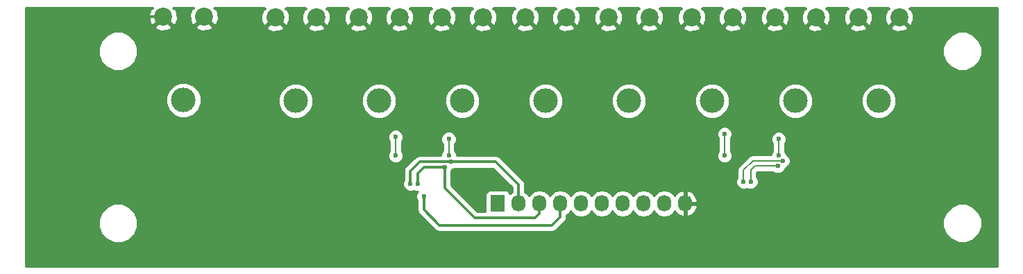
<source format=gbr>
G04 #@! TF.FileFunction,Copper,L2,Bot,Signal*
%FSLAX46Y46*%
G04 Gerber Fmt 4.6, Leading zero omitted, Abs format (unit mm)*
G04 Created by KiCad (PCBNEW 4.0.2-stable) date 15/05/2017 14:24:20*
%MOMM*%
G01*
G04 APERTURE LIST*
%ADD10C,0.100000*%
%ADD11R,1.727200X2.032000*%
%ADD12O,1.727200X2.032000*%
%ADD13C,2.200000*%
%ADD14C,3.000000*%
%ADD15C,1.000000*%
%ADD16C,0.600000*%
%ADD17C,0.300000*%
%ADD18C,0.200000*%
%ADD19C,0.254000*%
G04 APERTURE END LIST*
D10*
D11*
X147320000Y-70612000D03*
D12*
X149860000Y-70612000D03*
X152400000Y-70612000D03*
X154940000Y-70612000D03*
X157480000Y-70612000D03*
X160020000Y-70612000D03*
X162560000Y-70612000D03*
X165100000Y-70612000D03*
X167640000Y-70612000D03*
X170180000Y-70612000D03*
D13*
X106500000Y-47800000D03*
D14*
X109000000Y-58000000D03*
D13*
X111500000Y-47800000D03*
X120182000Y-47886000D03*
D14*
X122682000Y-58086000D03*
D13*
X125182000Y-47886000D03*
X130342000Y-47886000D03*
D14*
X132842000Y-58086000D03*
D13*
X135342000Y-47886000D03*
X140502000Y-47886000D03*
D14*
X143002000Y-58086000D03*
D13*
X145502000Y-47886000D03*
X150662000Y-47886000D03*
D14*
X153162000Y-58086000D03*
D13*
X155662000Y-47886000D03*
X160822000Y-47886000D03*
D14*
X163322000Y-58086000D03*
D13*
X165822000Y-47886000D03*
X170982000Y-47886000D03*
D14*
X173482000Y-58086000D03*
D13*
X175982000Y-47886000D03*
X181142000Y-47886000D03*
D14*
X183642000Y-58086000D03*
D13*
X186142000Y-47886000D03*
X191302000Y-47886000D03*
D14*
X193802000Y-58086000D03*
D13*
X196302000Y-47886000D03*
D15*
X205740000Y-48260000D03*
X205740000Y-60960000D03*
X205740000Y-68580000D03*
X200660000Y-76200000D03*
X185420000Y-76200000D03*
X170180000Y-76200000D03*
X154940000Y-76200000D03*
X137160000Y-76200000D03*
X121920000Y-76200000D03*
X106680000Y-76200000D03*
X91440000Y-76200000D03*
X91440000Y-60960000D03*
X91440000Y-48260000D03*
D16*
X119126000Y-63500000D03*
X144653000Y-68072000D03*
X137922000Y-59182000D03*
X137795000Y-49530000D03*
X188849000Y-51181000D03*
X181610000Y-64770000D03*
X181610000Y-62738000D03*
X175006000Y-64770000D03*
X175006000Y-62103000D03*
X141351000Y-64770000D03*
X141351000Y-62738000D03*
X134874000Y-64770000D03*
X134874000Y-62484000D03*
X182118000Y-65405000D03*
X177292000Y-67945000D03*
X178181000Y-67945000D03*
X181483000Y-66040000D03*
X136652000Y-68199000D03*
X141605000Y-65532000D03*
X137541000Y-68199000D03*
X140843000Y-66167000D03*
X138303000Y-69723000D03*
D17*
X106500000Y-47800000D02*
X91900000Y-47800000D01*
X208280000Y-50800000D02*
X205740000Y-48260000D01*
X208280000Y-58420000D02*
X208280000Y-50800000D01*
X205740000Y-60960000D02*
X208280000Y-58420000D01*
X208280000Y-71120000D02*
X205740000Y-68580000D01*
X208280000Y-73660000D02*
X208280000Y-71120000D01*
X205740000Y-76200000D02*
X208280000Y-73660000D01*
X200660000Y-76200000D02*
X205740000Y-76200000D01*
X170180000Y-76200000D02*
X185420000Y-76200000D01*
X137160000Y-76200000D02*
X154940000Y-76200000D01*
X106680000Y-76200000D02*
X121920000Y-76200000D01*
X91440000Y-60960000D02*
X91440000Y-76200000D01*
X91900000Y-47800000D02*
X91440000Y-48260000D01*
X186142000Y-47886000D02*
X186142000Y-48474000D01*
X186142000Y-48474000D02*
X188849000Y-51181000D01*
D18*
X181610000Y-62738000D02*
X181610000Y-64770000D01*
X175006000Y-62103000D02*
X175006000Y-64770000D01*
X141351000Y-62738000D02*
X141351000Y-64770000D01*
X134874000Y-62484000D02*
X134874000Y-64770000D01*
X182118000Y-65405000D02*
X178435000Y-65405000D01*
X178435000Y-65405000D02*
X177292000Y-66548000D01*
X177292000Y-66548000D02*
X177292000Y-67945000D01*
X178181000Y-66548000D02*
X178181000Y-67945000D01*
X178689000Y-66040000D02*
X178181000Y-66548000D01*
X181483000Y-66040000D02*
X178689000Y-66040000D01*
D17*
X136652000Y-66675000D02*
X136652000Y-68199000D01*
X137795000Y-65532000D02*
X136652000Y-66675000D01*
X141605000Y-65532000D02*
X137795000Y-65532000D01*
X147066000Y-65532000D02*
X141605000Y-65532000D01*
X149860000Y-68326000D02*
X147066000Y-65532000D01*
X149860000Y-70612000D02*
X149860000Y-68326000D01*
X137541000Y-66929000D02*
X137541000Y-68199000D01*
X138303000Y-66167000D02*
X137541000Y-66929000D01*
X140843000Y-68707000D02*
X140843000Y-66167000D01*
X140843000Y-66167000D02*
X138303000Y-66167000D01*
X144526000Y-72390000D02*
X140843000Y-68707000D01*
X151892000Y-72390000D02*
X144526000Y-72390000D01*
X152400000Y-71882000D02*
X151892000Y-72390000D01*
X152400000Y-70612000D02*
X152400000Y-71882000D01*
X154940000Y-70612000D02*
X154940000Y-72263000D01*
X138303000Y-71374000D02*
X138303000Y-69723000D01*
X140208000Y-73279000D02*
X138303000Y-71374000D01*
X153924000Y-73279000D02*
X140208000Y-73279000D01*
X154940000Y-72263000D02*
X153924000Y-73279000D01*
D19*
G36*
X105275130Y-46754738D02*
X104997901Y-46865641D01*
X104754677Y-47511593D01*
X104777164Y-48201453D01*
X104997901Y-48734359D01*
X105275132Y-48845263D01*
X106320395Y-47800000D01*
X106306253Y-47785858D01*
X106485858Y-47606253D01*
X106500000Y-47620395D01*
X106514143Y-47606253D01*
X106693748Y-47785858D01*
X106679605Y-47800000D01*
X107724868Y-48845263D01*
X108002099Y-48734359D01*
X108245323Y-48088407D01*
X108222836Y-47398547D01*
X108002099Y-46865641D01*
X107724870Y-46754738D01*
X107769608Y-46710000D01*
X110230392Y-46710000D01*
X110275130Y-46754738D01*
X109997901Y-46865641D01*
X109754677Y-47511593D01*
X109777164Y-48201453D01*
X109997901Y-48734359D01*
X110275132Y-48845263D01*
X111320395Y-47800000D01*
X111306253Y-47785858D01*
X111485858Y-47606253D01*
X111500000Y-47620395D01*
X111514143Y-47606253D01*
X111693748Y-47785858D01*
X111679605Y-47800000D01*
X112724868Y-48845263D01*
X113002099Y-48734359D01*
X113245323Y-48088407D01*
X113222836Y-47398547D01*
X113002099Y-46865641D01*
X112724870Y-46754738D01*
X112769608Y-46710000D01*
X118859788Y-46710000D01*
X118843090Y-46726698D01*
X118957130Y-46840738D01*
X118679901Y-46951641D01*
X118436677Y-47597593D01*
X118459164Y-48287453D01*
X118679901Y-48820359D01*
X118957132Y-48931263D01*
X120002395Y-47886000D01*
X119988253Y-47871858D01*
X120167858Y-47692253D01*
X120182000Y-47706395D01*
X120196143Y-47692253D01*
X120375748Y-47871858D01*
X120361605Y-47886000D01*
X121406868Y-48931263D01*
X121684099Y-48820359D01*
X121927323Y-48174407D01*
X121904836Y-47484547D01*
X121684099Y-46951641D01*
X121406870Y-46840738D01*
X121520910Y-46726698D01*
X121504212Y-46710000D01*
X123859788Y-46710000D01*
X123843090Y-46726698D01*
X123957130Y-46840738D01*
X123679901Y-46951641D01*
X123436677Y-47597593D01*
X123459164Y-48287453D01*
X123679901Y-48820359D01*
X123957132Y-48931263D01*
X125002395Y-47886000D01*
X124988253Y-47871858D01*
X125167858Y-47692253D01*
X125182000Y-47706395D01*
X125196143Y-47692253D01*
X125375748Y-47871858D01*
X125361605Y-47886000D01*
X126406868Y-48931263D01*
X126684099Y-48820359D01*
X126927323Y-48174407D01*
X126904836Y-47484547D01*
X126684099Y-46951641D01*
X126406870Y-46840738D01*
X126520910Y-46726698D01*
X126504212Y-46710000D01*
X129019788Y-46710000D01*
X129003090Y-46726698D01*
X129117130Y-46840738D01*
X128839901Y-46951641D01*
X128596677Y-47597593D01*
X128619164Y-48287453D01*
X128839901Y-48820359D01*
X129117132Y-48931263D01*
X130162395Y-47886000D01*
X130148253Y-47871858D01*
X130327858Y-47692253D01*
X130342000Y-47706395D01*
X130356143Y-47692253D01*
X130535748Y-47871858D01*
X130521605Y-47886000D01*
X131566868Y-48931263D01*
X131844099Y-48820359D01*
X132087323Y-48174407D01*
X132064836Y-47484547D01*
X131844099Y-46951641D01*
X131566870Y-46840738D01*
X131680910Y-46726698D01*
X131664212Y-46710000D01*
X134019788Y-46710000D01*
X134003090Y-46726698D01*
X134117130Y-46840738D01*
X133839901Y-46951641D01*
X133596677Y-47597593D01*
X133619164Y-48287453D01*
X133839901Y-48820359D01*
X134117132Y-48931263D01*
X135162395Y-47886000D01*
X135148253Y-47871858D01*
X135327858Y-47692253D01*
X135342000Y-47706395D01*
X135356143Y-47692253D01*
X135535748Y-47871858D01*
X135521605Y-47886000D01*
X136566868Y-48931263D01*
X136844099Y-48820359D01*
X137087323Y-48174407D01*
X137064836Y-47484547D01*
X136844099Y-46951641D01*
X136566870Y-46840738D01*
X136680910Y-46726698D01*
X136664212Y-46710000D01*
X139179788Y-46710000D01*
X139163090Y-46726698D01*
X139277130Y-46840738D01*
X138999901Y-46951641D01*
X138756677Y-47597593D01*
X138779164Y-48287453D01*
X138999901Y-48820359D01*
X139277132Y-48931263D01*
X140322395Y-47886000D01*
X140308253Y-47871858D01*
X140487858Y-47692253D01*
X140502000Y-47706395D01*
X140516143Y-47692253D01*
X140695748Y-47871858D01*
X140681605Y-47886000D01*
X141726868Y-48931263D01*
X142004099Y-48820359D01*
X142247323Y-48174407D01*
X142224836Y-47484547D01*
X142004099Y-46951641D01*
X141726870Y-46840738D01*
X141840910Y-46726698D01*
X141824212Y-46710000D01*
X144179788Y-46710000D01*
X144163090Y-46726698D01*
X144277130Y-46840738D01*
X143999901Y-46951641D01*
X143756677Y-47597593D01*
X143779164Y-48287453D01*
X143999901Y-48820359D01*
X144277132Y-48931263D01*
X145322395Y-47886000D01*
X145308253Y-47871858D01*
X145487858Y-47692253D01*
X145502000Y-47706395D01*
X145516143Y-47692253D01*
X145695748Y-47871858D01*
X145681605Y-47886000D01*
X146726868Y-48931263D01*
X147004099Y-48820359D01*
X147247323Y-48174407D01*
X147224836Y-47484547D01*
X147004099Y-46951641D01*
X146726870Y-46840738D01*
X146840910Y-46726698D01*
X146824212Y-46710000D01*
X149339788Y-46710000D01*
X149323090Y-46726698D01*
X149437130Y-46840738D01*
X149159901Y-46951641D01*
X148916677Y-47597593D01*
X148939164Y-48287453D01*
X149159901Y-48820359D01*
X149437132Y-48931263D01*
X150482395Y-47886000D01*
X150468253Y-47871858D01*
X150647858Y-47692253D01*
X150662000Y-47706395D01*
X150676143Y-47692253D01*
X150855748Y-47871858D01*
X150841605Y-47886000D01*
X151886868Y-48931263D01*
X152164099Y-48820359D01*
X152407323Y-48174407D01*
X152384836Y-47484547D01*
X152164099Y-46951641D01*
X151886870Y-46840738D01*
X152000910Y-46726698D01*
X151984212Y-46710000D01*
X154339788Y-46710000D01*
X154323090Y-46726698D01*
X154437130Y-46840738D01*
X154159901Y-46951641D01*
X153916677Y-47597593D01*
X153939164Y-48287453D01*
X154159901Y-48820359D01*
X154437132Y-48931263D01*
X155482395Y-47886000D01*
X155468253Y-47871858D01*
X155647858Y-47692253D01*
X155662000Y-47706395D01*
X155676143Y-47692253D01*
X155855748Y-47871858D01*
X155841605Y-47886000D01*
X156886868Y-48931263D01*
X157164099Y-48820359D01*
X157407323Y-48174407D01*
X157384836Y-47484547D01*
X157164099Y-46951641D01*
X156886870Y-46840738D01*
X157000910Y-46726698D01*
X156984212Y-46710000D01*
X159499788Y-46710000D01*
X159483090Y-46726698D01*
X159597130Y-46840738D01*
X159319901Y-46951641D01*
X159076677Y-47597593D01*
X159099164Y-48287453D01*
X159319901Y-48820359D01*
X159597132Y-48931263D01*
X160642395Y-47886000D01*
X160628253Y-47871858D01*
X160807858Y-47692253D01*
X160822000Y-47706395D01*
X160836143Y-47692253D01*
X161015748Y-47871858D01*
X161001605Y-47886000D01*
X162046868Y-48931263D01*
X162324099Y-48820359D01*
X162567323Y-48174407D01*
X162544836Y-47484547D01*
X162324099Y-46951641D01*
X162046870Y-46840738D01*
X162160910Y-46726698D01*
X162144212Y-46710000D01*
X164499788Y-46710000D01*
X164483090Y-46726698D01*
X164597130Y-46840738D01*
X164319901Y-46951641D01*
X164076677Y-47597593D01*
X164099164Y-48287453D01*
X164319901Y-48820359D01*
X164597132Y-48931263D01*
X165642395Y-47886000D01*
X165628253Y-47871858D01*
X165807858Y-47692253D01*
X165822000Y-47706395D01*
X165836143Y-47692253D01*
X166015748Y-47871858D01*
X166001605Y-47886000D01*
X167046868Y-48931263D01*
X167324099Y-48820359D01*
X167567323Y-48174407D01*
X167544836Y-47484547D01*
X167324099Y-46951641D01*
X167046870Y-46840738D01*
X167160910Y-46726698D01*
X167144212Y-46710000D01*
X169659788Y-46710000D01*
X169643090Y-46726698D01*
X169757130Y-46840738D01*
X169479901Y-46951641D01*
X169236677Y-47597593D01*
X169259164Y-48287453D01*
X169479901Y-48820359D01*
X169757132Y-48931263D01*
X170802395Y-47886000D01*
X170788253Y-47871858D01*
X170967858Y-47692253D01*
X170982000Y-47706395D01*
X170996143Y-47692253D01*
X171175748Y-47871858D01*
X171161605Y-47886000D01*
X172206868Y-48931263D01*
X172484099Y-48820359D01*
X172727323Y-48174407D01*
X172704836Y-47484547D01*
X172484099Y-46951641D01*
X172206870Y-46840738D01*
X172320910Y-46726698D01*
X172304212Y-46710000D01*
X174659788Y-46710000D01*
X174643090Y-46726698D01*
X174757130Y-46840738D01*
X174479901Y-46951641D01*
X174236677Y-47597593D01*
X174259164Y-48287453D01*
X174479901Y-48820359D01*
X174757132Y-48931263D01*
X175802395Y-47886000D01*
X175788253Y-47871858D01*
X175967858Y-47692253D01*
X175982000Y-47706395D01*
X175996143Y-47692253D01*
X176175748Y-47871858D01*
X176161605Y-47886000D01*
X177206868Y-48931263D01*
X177484099Y-48820359D01*
X177727323Y-48174407D01*
X177704836Y-47484547D01*
X177484099Y-46951641D01*
X177206870Y-46840738D01*
X177320910Y-46726698D01*
X177304212Y-46710000D01*
X179819788Y-46710000D01*
X179803090Y-46726698D01*
X179917130Y-46840738D01*
X179639901Y-46951641D01*
X179396677Y-47597593D01*
X179419164Y-48287453D01*
X179639901Y-48820359D01*
X179917132Y-48931263D01*
X180962395Y-47886000D01*
X180948253Y-47871858D01*
X181127858Y-47692253D01*
X181142000Y-47706395D01*
X181156143Y-47692253D01*
X181335748Y-47871858D01*
X181321605Y-47886000D01*
X182366868Y-48931263D01*
X182644099Y-48820359D01*
X182887323Y-48174407D01*
X182864836Y-47484547D01*
X182644099Y-46951641D01*
X182366870Y-46840738D01*
X182480910Y-46726698D01*
X182464212Y-46710000D01*
X184819788Y-46710000D01*
X184803090Y-46726698D01*
X184917130Y-46840738D01*
X184639901Y-46951641D01*
X184396677Y-47597593D01*
X184419164Y-48287453D01*
X184639901Y-48820359D01*
X184917132Y-48931263D01*
X185962395Y-47886000D01*
X185948253Y-47871858D01*
X186127858Y-47692253D01*
X186142000Y-47706395D01*
X186156143Y-47692253D01*
X186335748Y-47871858D01*
X186321605Y-47886000D01*
X187366868Y-48931263D01*
X187644099Y-48820359D01*
X187887323Y-48174407D01*
X187864836Y-47484547D01*
X187644099Y-46951641D01*
X187366870Y-46840738D01*
X187480910Y-46726698D01*
X187464212Y-46710000D01*
X189979788Y-46710000D01*
X189963090Y-46726698D01*
X190077130Y-46840738D01*
X189799901Y-46951641D01*
X189556677Y-47597593D01*
X189579164Y-48287453D01*
X189799901Y-48820359D01*
X190077132Y-48931263D01*
X191122395Y-47886000D01*
X191108253Y-47871858D01*
X191287858Y-47692253D01*
X191302000Y-47706395D01*
X191316143Y-47692253D01*
X191495748Y-47871858D01*
X191481605Y-47886000D01*
X192526868Y-48931263D01*
X192804099Y-48820359D01*
X193047323Y-48174407D01*
X193024836Y-47484547D01*
X192804099Y-46951641D01*
X192526870Y-46840738D01*
X192640910Y-46726698D01*
X192624212Y-46710000D01*
X194979788Y-46710000D01*
X194963090Y-46726698D01*
X195077130Y-46840738D01*
X194799901Y-46951641D01*
X194556677Y-47597593D01*
X194579164Y-48287453D01*
X194799901Y-48820359D01*
X195077132Y-48931263D01*
X196122395Y-47886000D01*
X196108253Y-47871858D01*
X196287858Y-47692253D01*
X196302000Y-47706395D01*
X196316143Y-47692253D01*
X196495748Y-47871858D01*
X196481605Y-47886000D01*
X197526868Y-48931263D01*
X197804099Y-48820359D01*
X198047323Y-48174407D01*
X198024836Y-47484547D01*
X197804099Y-46951641D01*
X197526870Y-46840738D01*
X197640910Y-46726698D01*
X197624212Y-46710000D01*
X208290000Y-46710000D01*
X208290000Y-78290000D01*
X89710000Y-78290000D01*
X89710000Y-73472325D01*
X98614587Y-73472325D01*
X98976916Y-74349229D01*
X99647242Y-75020726D01*
X100523513Y-75384585D01*
X101472325Y-75385413D01*
X102349229Y-75023084D01*
X103020726Y-74352758D01*
X103384585Y-73476487D01*
X103385413Y-72527675D01*
X103023084Y-71650771D01*
X102352758Y-70979274D01*
X101476487Y-70615415D01*
X100527675Y-70614587D01*
X99650771Y-70976916D01*
X98979274Y-71647242D01*
X98615415Y-72523513D01*
X98614587Y-73472325D01*
X89710000Y-73472325D01*
X89710000Y-68384167D01*
X135716838Y-68384167D01*
X135858883Y-68727943D01*
X136121673Y-68991192D01*
X136465201Y-69133838D01*
X136837167Y-69134162D01*
X137096714Y-69026920D01*
X137354201Y-69133838D01*
X137569558Y-69134026D01*
X137510808Y-69192673D01*
X137368162Y-69536201D01*
X137367838Y-69908167D01*
X137509883Y-70251943D01*
X137518000Y-70260074D01*
X137518000Y-71374000D01*
X137577755Y-71674407D01*
X137747921Y-71929079D01*
X139652921Y-73834079D01*
X139907594Y-74004245D01*
X140208000Y-74064000D01*
X153924000Y-74064000D01*
X154224407Y-74004245D01*
X154479079Y-73834079D01*
X154840833Y-73472325D01*
X201614587Y-73472325D01*
X201976916Y-74349229D01*
X202647242Y-75020726D01*
X203523513Y-75384585D01*
X204472325Y-75385413D01*
X205349229Y-75023084D01*
X206020726Y-74352758D01*
X206384585Y-73476487D01*
X206385413Y-72527675D01*
X206023084Y-71650771D01*
X205352758Y-70979274D01*
X204476487Y-70615415D01*
X203527675Y-70614587D01*
X202650771Y-70976916D01*
X201979274Y-71647242D01*
X201615415Y-72523513D01*
X201614587Y-73472325D01*
X154840833Y-73472325D01*
X155495079Y-72818079D01*
X155665245Y-72563407D01*
X155725000Y-72263000D01*
X155725000Y-72039944D01*
X155999670Y-71856415D01*
X156210000Y-71541634D01*
X156420330Y-71856415D01*
X156906511Y-72181271D01*
X157480000Y-72295345D01*
X158053489Y-72181271D01*
X158539670Y-71856415D01*
X158750000Y-71541634D01*
X158960330Y-71856415D01*
X159446511Y-72181271D01*
X160020000Y-72295345D01*
X160593489Y-72181271D01*
X161079670Y-71856415D01*
X161290000Y-71541634D01*
X161500330Y-71856415D01*
X161986511Y-72181271D01*
X162560000Y-72295345D01*
X163133489Y-72181271D01*
X163619670Y-71856415D01*
X163830000Y-71541634D01*
X164040330Y-71856415D01*
X164526511Y-72181271D01*
X165100000Y-72295345D01*
X165673489Y-72181271D01*
X166159670Y-71856415D01*
X166370000Y-71541634D01*
X166580330Y-71856415D01*
X167066511Y-72181271D01*
X167640000Y-72295345D01*
X168213489Y-72181271D01*
X168699670Y-71856415D01*
X168906461Y-71546931D01*
X169277964Y-71962732D01*
X169805209Y-72216709D01*
X169820974Y-72219358D01*
X170053000Y-72098217D01*
X170053000Y-70739000D01*
X170307000Y-70739000D01*
X170307000Y-72098217D01*
X170539026Y-72219358D01*
X170554791Y-72216709D01*
X171082036Y-71962732D01*
X171471954Y-71526320D01*
X171665184Y-70973913D01*
X171520924Y-70739000D01*
X170307000Y-70739000D01*
X170053000Y-70739000D01*
X170033000Y-70739000D01*
X170033000Y-70485000D01*
X170053000Y-70485000D01*
X170053000Y-69125783D01*
X170307000Y-69125783D01*
X170307000Y-70485000D01*
X171520924Y-70485000D01*
X171665184Y-70250087D01*
X171471954Y-69697680D01*
X171082036Y-69261268D01*
X170554791Y-69007291D01*
X170539026Y-69004642D01*
X170307000Y-69125783D01*
X170053000Y-69125783D01*
X169820974Y-69004642D01*
X169805209Y-69007291D01*
X169277964Y-69261268D01*
X168906461Y-69677069D01*
X168699670Y-69367585D01*
X168213489Y-69042729D01*
X167640000Y-68928655D01*
X167066511Y-69042729D01*
X166580330Y-69367585D01*
X166370000Y-69682366D01*
X166159670Y-69367585D01*
X165673489Y-69042729D01*
X165100000Y-68928655D01*
X164526511Y-69042729D01*
X164040330Y-69367585D01*
X163830000Y-69682366D01*
X163619670Y-69367585D01*
X163133489Y-69042729D01*
X162560000Y-68928655D01*
X161986511Y-69042729D01*
X161500330Y-69367585D01*
X161290000Y-69682366D01*
X161079670Y-69367585D01*
X160593489Y-69042729D01*
X160020000Y-68928655D01*
X159446511Y-69042729D01*
X158960330Y-69367585D01*
X158750000Y-69682366D01*
X158539670Y-69367585D01*
X158053489Y-69042729D01*
X157480000Y-68928655D01*
X156906511Y-69042729D01*
X156420330Y-69367585D01*
X156210000Y-69682366D01*
X155999670Y-69367585D01*
X155513489Y-69042729D01*
X154940000Y-68928655D01*
X154366511Y-69042729D01*
X153880330Y-69367585D01*
X153670000Y-69682366D01*
X153459670Y-69367585D01*
X152973489Y-69042729D01*
X152400000Y-68928655D01*
X151826511Y-69042729D01*
X151340330Y-69367585D01*
X151130000Y-69682366D01*
X150919670Y-69367585D01*
X150645000Y-69184056D01*
X150645000Y-68326000D01*
X150606047Y-68130167D01*
X176356838Y-68130167D01*
X176498883Y-68473943D01*
X176761673Y-68737192D01*
X177105201Y-68879838D01*
X177477167Y-68880162D01*
X177736714Y-68772920D01*
X177994201Y-68879838D01*
X178366167Y-68880162D01*
X178709943Y-68738117D01*
X178973192Y-68475327D01*
X179115838Y-68131799D01*
X179116162Y-67759833D01*
X178974117Y-67416057D01*
X178916000Y-67357838D01*
X178916000Y-66852446D01*
X178993447Y-66775000D01*
X180895581Y-66775000D01*
X180952673Y-66832192D01*
X181296201Y-66974838D01*
X181668167Y-66975162D01*
X182011943Y-66833117D01*
X182275192Y-66570327D01*
X182384765Y-66306446D01*
X182646943Y-66198117D01*
X182910192Y-65935327D01*
X183052838Y-65591799D01*
X183053162Y-65219833D01*
X182911117Y-64876057D01*
X182648327Y-64612808D01*
X182537749Y-64566892D01*
X182403117Y-64241057D01*
X182345000Y-64182838D01*
X182345000Y-63325419D01*
X182402192Y-63268327D01*
X182544838Y-62924799D01*
X182545162Y-62552833D01*
X182403117Y-62209057D01*
X182140327Y-61945808D01*
X181796799Y-61803162D01*
X181424833Y-61802838D01*
X181081057Y-61944883D01*
X180817808Y-62207673D01*
X180675162Y-62551201D01*
X180674838Y-62923167D01*
X180816883Y-63266943D01*
X180875000Y-63325162D01*
X180875000Y-64182581D01*
X180817808Y-64239673D01*
X180675162Y-64583201D01*
X180675086Y-64670000D01*
X178435000Y-64670000D01*
X178153728Y-64725949D01*
X177915276Y-64885277D01*
X176772277Y-66028277D01*
X176612949Y-66266728D01*
X176557000Y-66548000D01*
X176557000Y-67357581D01*
X176499808Y-67414673D01*
X176357162Y-67758201D01*
X176356838Y-68130167D01*
X150606047Y-68130167D01*
X150585245Y-68025594D01*
X150415079Y-67770921D01*
X147621079Y-64976921D01*
X147366407Y-64806755D01*
X147066000Y-64747000D01*
X142286021Y-64747000D01*
X142286162Y-64584833D01*
X142144117Y-64241057D01*
X142086000Y-64182838D01*
X142086000Y-63325419D01*
X142143192Y-63268327D01*
X142285838Y-62924799D01*
X142286162Y-62552833D01*
X142176805Y-62288167D01*
X174070838Y-62288167D01*
X174212883Y-62631943D01*
X174271000Y-62690162D01*
X174271000Y-64182581D01*
X174213808Y-64239673D01*
X174071162Y-64583201D01*
X174070838Y-64955167D01*
X174212883Y-65298943D01*
X174475673Y-65562192D01*
X174819201Y-65704838D01*
X175191167Y-65705162D01*
X175534943Y-65563117D01*
X175798192Y-65300327D01*
X175940838Y-64956799D01*
X175941162Y-64584833D01*
X175799117Y-64241057D01*
X175741000Y-64182838D01*
X175741000Y-62690419D01*
X175798192Y-62633327D01*
X175940838Y-62289799D01*
X175941162Y-61917833D01*
X175799117Y-61574057D01*
X175536327Y-61310808D01*
X175192799Y-61168162D01*
X174820833Y-61167838D01*
X174477057Y-61309883D01*
X174213808Y-61572673D01*
X174071162Y-61916201D01*
X174070838Y-62288167D01*
X142176805Y-62288167D01*
X142144117Y-62209057D01*
X141881327Y-61945808D01*
X141537799Y-61803162D01*
X141165833Y-61802838D01*
X140822057Y-61944883D01*
X140558808Y-62207673D01*
X140416162Y-62551201D01*
X140415838Y-62923167D01*
X140557883Y-63266943D01*
X140616000Y-63325162D01*
X140616000Y-64182581D01*
X140558808Y-64239673D01*
X140416162Y-64583201D01*
X140416019Y-64747000D01*
X137795000Y-64747000D01*
X137494593Y-64806755D01*
X137239921Y-64976921D01*
X136096921Y-66119921D01*
X135926755Y-66374593D01*
X135926755Y-66374594D01*
X135867000Y-66675000D01*
X135867000Y-67661494D01*
X135859808Y-67668673D01*
X135717162Y-68012201D01*
X135716838Y-68384167D01*
X89710000Y-68384167D01*
X89710000Y-62669167D01*
X133938838Y-62669167D01*
X134080883Y-63012943D01*
X134139000Y-63071162D01*
X134139000Y-64182581D01*
X134081808Y-64239673D01*
X133939162Y-64583201D01*
X133938838Y-64955167D01*
X134080883Y-65298943D01*
X134343673Y-65562192D01*
X134687201Y-65704838D01*
X135059167Y-65705162D01*
X135402943Y-65563117D01*
X135666192Y-65300327D01*
X135808838Y-64956799D01*
X135809162Y-64584833D01*
X135667117Y-64241057D01*
X135609000Y-64182838D01*
X135609000Y-63071419D01*
X135666192Y-63014327D01*
X135808838Y-62670799D01*
X135809162Y-62298833D01*
X135667117Y-61955057D01*
X135404327Y-61691808D01*
X135060799Y-61549162D01*
X134688833Y-61548838D01*
X134345057Y-61690883D01*
X134081808Y-61953673D01*
X133939162Y-62297201D01*
X133938838Y-62669167D01*
X89710000Y-62669167D01*
X89710000Y-58422815D01*
X106864630Y-58422815D01*
X107188980Y-59207800D01*
X107789041Y-59808909D01*
X108573459Y-60134628D01*
X109422815Y-60135370D01*
X110207800Y-59811020D01*
X110808909Y-59210959D01*
X111100464Y-58508815D01*
X120546630Y-58508815D01*
X120870980Y-59293800D01*
X121471041Y-59894909D01*
X122255459Y-60220628D01*
X123104815Y-60221370D01*
X123889800Y-59897020D01*
X124490909Y-59296959D01*
X124816628Y-58512541D01*
X124816631Y-58508815D01*
X130706630Y-58508815D01*
X131030980Y-59293800D01*
X131631041Y-59894909D01*
X132415459Y-60220628D01*
X133264815Y-60221370D01*
X134049800Y-59897020D01*
X134650909Y-59296959D01*
X134976628Y-58512541D01*
X134976631Y-58508815D01*
X140866630Y-58508815D01*
X141190980Y-59293800D01*
X141791041Y-59894909D01*
X142575459Y-60220628D01*
X143424815Y-60221370D01*
X144209800Y-59897020D01*
X144810909Y-59296959D01*
X145136628Y-58512541D01*
X145136631Y-58508815D01*
X151026630Y-58508815D01*
X151350980Y-59293800D01*
X151951041Y-59894909D01*
X152735459Y-60220628D01*
X153584815Y-60221370D01*
X154369800Y-59897020D01*
X154970909Y-59296959D01*
X155296628Y-58512541D01*
X155296631Y-58508815D01*
X161186630Y-58508815D01*
X161510980Y-59293800D01*
X162111041Y-59894909D01*
X162895459Y-60220628D01*
X163744815Y-60221370D01*
X164529800Y-59897020D01*
X165130909Y-59296959D01*
X165456628Y-58512541D01*
X165456631Y-58508815D01*
X171346630Y-58508815D01*
X171670980Y-59293800D01*
X172271041Y-59894909D01*
X173055459Y-60220628D01*
X173904815Y-60221370D01*
X174689800Y-59897020D01*
X175290909Y-59296959D01*
X175616628Y-58512541D01*
X175616631Y-58508815D01*
X181506630Y-58508815D01*
X181830980Y-59293800D01*
X182431041Y-59894909D01*
X183215459Y-60220628D01*
X184064815Y-60221370D01*
X184849800Y-59897020D01*
X185450909Y-59296959D01*
X185776628Y-58512541D01*
X185776631Y-58508815D01*
X191666630Y-58508815D01*
X191990980Y-59293800D01*
X192591041Y-59894909D01*
X193375459Y-60220628D01*
X194224815Y-60221370D01*
X195009800Y-59897020D01*
X195610909Y-59296959D01*
X195936628Y-58512541D01*
X195937370Y-57663185D01*
X195613020Y-56878200D01*
X195012959Y-56277091D01*
X194228541Y-55951372D01*
X193379185Y-55950630D01*
X192594200Y-56274980D01*
X191993091Y-56875041D01*
X191667372Y-57659459D01*
X191666630Y-58508815D01*
X185776631Y-58508815D01*
X185777370Y-57663185D01*
X185453020Y-56878200D01*
X184852959Y-56277091D01*
X184068541Y-55951372D01*
X183219185Y-55950630D01*
X182434200Y-56274980D01*
X181833091Y-56875041D01*
X181507372Y-57659459D01*
X181506630Y-58508815D01*
X175616631Y-58508815D01*
X175617370Y-57663185D01*
X175293020Y-56878200D01*
X174692959Y-56277091D01*
X173908541Y-55951372D01*
X173059185Y-55950630D01*
X172274200Y-56274980D01*
X171673091Y-56875041D01*
X171347372Y-57659459D01*
X171346630Y-58508815D01*
X165456631Y-58508815D01*
X165457370Y-57663185D01*
X165133020Y-56878200D01*
X164532959Y-56277091D01*
X163748541Y-55951372D01*
X162899185Y-55950630D01*
X162114200Y-56274980D01*
X161513091Y-56875041D01*
X161187372Y-57659459D01*
X161186630Y-58508815D01*
X155296631Y-58508815D01*
X155297370Y-57663185D01*
X154973020Y-56878200D01*
X154372959Y-56277091D01*
X153588541Y-55951372D01*
X152739185Y-55950630D01*
X151954200Y-56274980D01*
X151353091Y-56875041D01*
X151027372Y-57659459D01*
X151026630Y-58508815D01*
X145136631Y-58508815D01*
X145137370Y-57663185D01*
X144813020Y-56878200D01*
X144212959Y-56277091D01*
X143428541Y-55951372D01*
X142579185Y-55950630D01*
X141794200Y-56274980D01*
X141193091Y-56875041D01*
X140867372Y-57659459D01*
X140866630Y-58508815D01*
X134976631Y-58508815D01*
X134977370Y-57663185D01*
X134653020Y-56878200D01*
X134052959Y-56277091D01*
X133268541Y-55951372D01*
X132419185Y-55950630D01*
X131634200Y-56274980D01*
X131033091Y-56875041D01*
X130707372Y-57659459D01*
X130706630Y-58508815D01*
X124816631Y-58508815D01*
X124817370Y-57663185D01*
X124493020Y-56878200D01*
X123892959Y-56277091D01*
X123108541Y-55951372D01*
X122259185Y-55950630D01*
X121474200Y-56274980D01*
X120873091Y-56875041D01*
X120547372Y-57659459D01*
X120546630Y-58508815D01*
X111100464Y-58508815D01*
X111134628Y-58426541D01*
X111135370Y-57577185D01*
X110811020Y-56792200D01*
X110210959Y-56191091D01*
X109426541Y-55865372D01*
X108577185Y-55864630D01*
X107792200Y-56188980D01*
X107191091Y-56789041D01*
X106865372Y-57573459D01*
X106864630Y-58422815D01*
X89710000Y-58422815D01*
X89710000Y-52472325D01*
X98614587Y-52472325D01*
X98976916Y-53349229D01*
X99647242Y-54020726D01*
X100523513Y-54384585D01*
X101472325Y-54385413D01*
X102349229Y-54023084D01*
X103020726Y-53352758D01*
X103384585Y-52476487D01*
X103384588Y-52472325D01*
X201614587Y-52472325D01*
X201976916Y-53349229D01*
X202647242Y-54020726D01*
X203523513Y-54384585D01*
X204472325Y-54385413D01*
X205349229Y-54023084D01*
X206020726Y-53352758D01*
X206384585Y-52476487D01*
X206385413Y-51527675D01*
X206023084Y-50650771D01*
X205352758Y-49979274D01*
X204476487Y-49615415D01*
X203527675Y-49614587D01*
X202650771Y-49976916D01*
X201979274Y-50647242D01*
X201615415Y-51523513D01*
X201614587Y-52472325D01*
X103384588Y-52472325D01*
X103385413Y-51527675D01*
X103023084Y-50650771D01*
X102352758Y-49979274D01*
X101476487Y-49615415D01*
X100527675Y-49614587D01*
X99650771Y-49976916D01*
X98979274Y-50647242D01*
X98615415Y-51523513D01*
X98614587Y-52472325D01*
X89710000Y-52472325D01*
X89710000Y-49024868D01*
X105454737Y-49024868D01*
X105565641Y-49302099D01*
X106211593Y-49545323D01*
X106901453Y-49522836D01*
X107434359Y-49302099D01*
X107545263Y-49024868D01*
X110454737Y-49024868D01*
X110565641Y-49302099D01*
X111211593Y-49545323D01*
X111901453Y-49522836D01*
X112434359Y-49302099D01*
X112510859Y-49110868D01*
X119136737Y-49110868D01*
X119247641Y-49388099D01*
X119893593Y-49631323D01*
X120583453Y-49608836D01*
X121116359Y-49388099D01*
X121227263Y-49110868D01*
X124136737Y-49110868D01*
X124247641Y-49388099D01*
X124893593Y-49631323D01*
X125583453Y-49608836D01*
X126116359Y-49388099D01*
X126227263Y-49110868D01*
X129296737Y-49110868D01*
X129407641Y-49388099D01*
X130053593Y-49631323D01*
X130743453Y-49608836D01*
X131276359Y-49388099D01*
X131387263Y-49110868D01*
X134296737Y-49110868D01*
X134407641Y-49388099D01*
X135053593Y-49631323D01*
X135743453Y-49608836D01*
X136276359Y-49388099D01*
X136387263Y-49110868D01*
X139456737Y-49110868D01*
X139567641Y-49388099D01*
X140213593Y-49631323D01*
X140903453Y-49608836D01*
X141436359Y-49388099D01*
X141547263Y-49110868D01*
X144456737Y-49110868D01*
X144567641Y-49388099D01*
X145213593Y-49631323D01*
X145903453Y-49608836D01*
X146436359Y-49388099D01*
X146547263Y-49110868D01*
X149616737Y-49110868D01*
X149727641Y-49388099D01*
X150373593Y-49631323D01*
X151063453Y-49608836D01*
X151596359Y-49388099D01*
X151707263Y-49110868D01*
X154616737Y-49110868D01*
X154727641Y-49388099D01*
X155373593Y-49631323D01*
X156063453Y-49608836D01*
X156596359Y-49388099D01*
X156707263Y-49110868D01*
X159776737Y-49110868D01*
X159887641Y-49388099D01*
X160533593Y-49631323D01*
X161223453Y-49608836D01*
X161756359Y-49388099D01*
X161867263Y-49110868D01*
X164776737Y-49110868D01*
X164887641Y-49388099D01*
X165533593Y-49631323D01*
X166223453Y-49608836D01*
X166756359Y-49388099D01*
X166867263Y-49110868D01*
X169936737Y-49110868D01*
X170047641Y-49388099D01*
X170693593Y-49631323D01*
X171383453Y-49608836D01*
X171916359Y-49388099D01*
X172027263Y-49110868D01*
X174936737Y-49110868D01*
X175047641Y-49388099D01*
X175693593Y-49631323D01*
X176383453Y-49608836D01*
X176916359Y-49388099D01*
X177027263Y-49110868D01*
X180096737Y-49110868D01*
X180207641Y-49388099D01*
X180853593Y-49631323D01*
X181543453Y-49608836D01*
X182076359Y-49388099D01*
X182187263Y-49110868D01*
X185096737Y-49110868D01*
X185207641Y-49388099D01*
X185853593Y-49631323D01*
X186543453Y-49608836D01*
X187076359Y-49388099D01*
X187187263Y-49110868D01*
X190256737Y-49110868D01*
X190367641Y-49388099D01*
X191013593Y-49631323D01*
X191703453Y-49608836D01*
X192236359Y-49388099D01*
X192347263Y-49110868D01*
X195256737Y-49110868D01*
X195367641Y-49388099D01*
X196013593Y-49631323D01*
X196703453Y-49608836D01*
X197236359Y-49388099D01*
X197347263Y-49110868D01*
X196302000Y-48065605D01*
X195256737Y-49110868D01*
X192347263Y-49110868D01*
X191302000Y-48065605D01*
X190256737Y-49110868D01*
X187187263Y-49110868D01*
X186142000Y-48065605D01*
X185096737Y-49110868D01*
X182187263Y-49110868D01*
X181142000Y-48065605D01*
X180096737Y-49110868D01*
X177027263Y-49110868D01*
X175982000Y-48065605D01*
X174936737Y-49110868D01*
X172027263Y-49110868D01*
X170982000Y-48065605D01*
X169936737Y-49110868D01*
X166867263Y-49110868D01*
X165822000Y-48065605D01*
X164776737Y-49110868D01*
X161867263Y-49110868D01*
X160822000Y-48065605D01*
X159776737Y-49110868D01*
X156707263Y-49110868D01*
X155662000Y-48065605D01*
X154616737Y-49110868D01*
X151707263Y-49110868D01*
X150662000Y-48065605D01*
X149616737Y-49110868D01*
X146547263Y-49110868D01*
X145502000Y-48065605D01*
X144456737Y-49110868D01*
X141547263Y-49110868D01*
X140502000Y-48065605D01*
X139456737Y-49110868D01*
X136387263Y-49110868D01*
X135342000Y-48065605D01*
X134296737Y-49110868D01*
X131387263Y-49110868D01*
X130342000Y-48065605D01*
X129296737Y-49110868D01*
X126227263Y-49110868D01*
X125182000Y-48065605D01*
X124136737Y-49110868D01*
X121227263Y-49110868D01*
X120182000Y-48065605D01*
X119136737Y-49110868D01*
X112510859Y-49110868D01*
X112545263Y-49024868D01*
X111500000Y-47979605D01*
X110454737Y-49024868D01*
X107545263Y-49024868D01*
X106500000Y-47979605D01*
X105454737Y-49024868D01*
X89710000Y-49024868D01*
X89710000Y-46710000D01*
X105230392Y-46710000D01*
X105275130Y-46754738D01*
X105275130Y-46754738D01*
G37*
X105275130Y-46754738D02*
X104997901Y-46865641D01*
X104754677Y-47511593D01*
X104777164Y-48201453D01*
X104997901Y-48734359D01*
X105275132Y-48845263D01*
X106320395Y-47800000D01*
X106306253Y-47785858D01*
X106485858Y-47606253D01*
X106500000Y-47620395D01*
X106514143Y-47606253D01*
X106693748Y-47785858D01*
X106679605Y-47800000D01*
X107724868Y-48845263D01*
X108002099Y-48734359D01*
X108245323Y-48088407D01*
X108222836Y-47398547D01*
X108002099Y-46865641D01*
X107724870Y-46754738D01*
X107769608Y-46710000D01*
X110230392Y-46710000D01*
X110275130Y-46754738D01*
X109997901Y-46865641D01*
X109754677Y-47511593D01*
X109777164Y-48201453D01*
X109997901Y-48734359D01*
X110275132Y-48845263D01*
X111320395Y-47800000D01*
X111306253Y-47785858D01*
X111485858Y-47606253D01*
X111500000Y-47620395D01*
X111514143Y-47606253D01*
X111693748Y-47785858D01*
X111679605Y-47800000D01*
X112724868Y-48845263D01*
X113002099Y-48734359D01*
X113245323Y-48088407D01*
X113222836Y-47398547D01*
X113002099Y-46865641D01*
X112724870Y-46754738D01*
X112769608Y-46710000D01*
X118859788Y-46710000D01*
X118843090Y-46726698D01*
X118957130Y-46840738D01*
X118679901Y-46951641D01*
X118436677Y-47597593D01*
X118459164Y-48287453D01*
X118679901Y-48820359D01*
X118957132Y-48931263D01*
X120002395Y-47886000D01*
X119988253Y-47871858D01*
X120167858Y-47692253D01*
X120182000Y-47706395D01*
X120196143Y-47692253D01*
X120375748Y-47871858D01*
X120361605Y-47886000D01*
X121406868Y-48931263D01*
X121684099Y-48820359D01*
X121927323Y-48174407D01*
X121904836Y-47484547D01*
X121684099Y-46951641D01*
X121406870Y-46840738D01*
X121520910Y-46726698D01*
X121504212Y-46710000D01*
X123859788Y-46710000D01*
X123843090Y-46726698D01*
X123957130Y-46840738D01*
X123679901Y-46951641D01*
X123436677Y-47597593D01*
X123459164Y-48287453D01*
X123679901Y-48820359D01*
X123957132Y-48931263D01*
X125002395Y-47886000D01*
X124988253Y-47871858D01*
X125167858Y-47692253D01*
X125182000Y-47706395D01*
X125196143Y-47692253D01*
X125375748Y-47871858D01*
X125361605Y-47886000D01*
X126406868Y-48931263D01*
X126684099Y-48820359D01*
X126927323Y-48174407D01*
X126904836Y-47484547D01*
X126684099Y-46951641D01*
X126406870Y-46840738D01*
X126520910Y-46726698D01*
X126504212Y-46710000D01*
X129019788Y-46710000D01*
X129003090Y-46726698D01*
X129117130Y-46840738D01*
X128839901Y-46951641D01*
X128596677Y-47597593D01*
X128619164Y-48287453D01*
X128839901Y-48820359D01*
X129117132Y-48931263D01*
X130162395Y-47886000D01*
X130148253Y-47871858D01*
X130327858Y-47692253D01*
X130342000Y-47706395D01*
X130356143Y-47692253D01*
X130535748Y-47871858D01*
X130521605Y-47886000D01*
X131566868Y-48931263D01*
X131844099Y-48820359D01*
X132087323Y-48174407D01*
X132064836Y-47484547D01*
X131844099Y-46951641D01*
X131566870Y-46840738D01*
X131680910Y-46726698D01*
X131664212Y-46710000D01*
X134019788Y-46710000D01*
X134003090Y-46726698D01*
X134117130Y-46840738D01*
X133839901Y-46951641D01*
X133596677Y-47597593D01*
X133619164Y-48287453D01*
X133839901Y-48820359D01*
X134117132Y-48931263D01*
X135162395Y-47886000D01*
X135148253Y-47871858D01*
X135327858Y-47692253D01*
X135342000Y-47706395D01*
X135356143Y-47692253D01*
X135535748Y-47871858D01*
X135521605Y-47886000D01*
X136566868Y-48931263D01*
X136844099Y-48820359D01*
X137087323Y-48174407D01*
X137064836Y-47484547D01*
X136844099Y-46951641D01*
X136566870Y-46840738D01*
X136680910Y-46726698D01*
X136664212Y-46710000D01*
X139179788Y-46710000D01*
X139163090Y-46726698D01*
X139277130Y-46840738D01*
X138999901Y-46951641D01*
X138756677Y-47597593D01*
X138779164Y-48287453D01*
X138999901Y-48820359D01*
X139277132Y-48931263D01*
X140322395Y-47886000D01*
X140308253Y-47871858D01*
X140487858Y-47692253D01*
X140502000Y-47706395D01*
X140516143Y-47692253D01*
X140695748Y-47871858D01*
X140681605Y-47886000D01*
X141726868Y-48931263D01*
X142004099Y-48820359D01*
X142247323Y-48174407D01*
X142224836Y-47484547D01*
X142004099Y-46951641D01*
X141726870Y-46840738D01*
X141840910Y-46726698D01*
X141824212Y-46710000D01*
X144179788Y-46710000D01*
X144163090Y-46726698D01*
X144277130Y-46840738D01*
X143999901Y-46951641D01*
X143756677Y-47597593D01*
X143779164Y-48287453D01*
X143999901Y-48820359D01*
X144277132Y-48931263D01*
X145322395Y-47886000D01*
X145308253Y-47871858D01*
X145487858Y-47692253D01*
X145502000Y-47706395D01*
X145516143Y-47692253D01*
X145695748Y-47871858D01*
X145681605Y-47886000D01*
X146726868Y-48931263D01*
X147004099Y-48820359D01*
X147247323Y-48174407D01*
X147224836Y-47484547D01*
X147004099Y-46951641D01*
X146726870Y-46840738D01*
X146840910Y-46726698D01*
X146824212Y-46710000D01*
X149339788Y-46710000D01*
X149323090Y-46726698D01*
X149437130Y-46840738D01*
X149159901Y-46951641D01*
X148916677Y-47597593D01*
X148939164Y-48287453D01*
X149159901Y-48820359D01*
X149437132Y-48931263D01*
X150482395Y-47886000D01*
X150468253Y-47871858D01*
X150647858Y-47692253D01*
X150662000Y-47706395D01*
X150676143Y-47692253D01*
X150855748Y-47871858D01*
X150841605Y-47886000D01*
X151886868Y-48931263D01*
X152164099Y-48820359D01*
X152407323Y-48174407D01*
X152384836Y-47484547D01*
X152164099Y-46951641D01*
X151886870Y-46840738D01*
X152000910Y-46726698D01*
X151984212Y-46710000D01*
X154339788Y-46710000D01*
X154323090Y-46726698D01*
X154437130Y-46840738D01*
X154159901Y-46951641D01*
X153916677Y-47597593D01*
X153939164Y-48287453D01*
X154159901Y-48820359D01*
X154437132Y-48931263D01*
X155482395Y-47886000D01*
X155468253Y-47871858D01*
X155647858Y-47692253D01*
X155662000Y-47706395D01*
X155676143Y-47692253D01*
X155855748Y-47871858D01*
X155841605Y-47886000D01*
X156886868Y-48931263D01*
X157164099Y-48820359D01*
X157407323Y-48174407D01*
X157384836Y-47484547D01*
X157164099Y-46951641D01*
X156886870Y-46840738D01*
X157000910Y-46726698D01*
X156984212Y-46710000D01*
X159499788Y-46710000D01*
X159483090Y-46726698D01*
X159597130Y-46840738D01*
X159319901Y-46951641D01*
X159076677Y-47597593D01*
X159099164Y-48287453D01*
X159319901Y-48820359D01*
X159597132Y-48931263D01*
X160642395Y-47886000D01*
X160628253Y-47871858D01*
X160807858Y-47692253D01*
X160822000Y-47706395D01*
X160836143Y-47692253D01*
X161015748Y-47871858D01*
X161001605Y-47886000D01*
X162046868Y-48931263D01*
X162324099Y-48820359D01*
X162567323Y-48174407D01*
X162544836Y-47484547D01*
X162324099Y-46951641D01*
X162046870Y-46840738D01*
X162160910Y-46726698D01*
X162144212Y-46710000D01*
X164499788Y-46710000D01*
X164483090Y-46726698D01*
X164597130Y-46840738D01*
X164319901Y-46951641D01*
X164076677Y-47597593D01*
X164099164Y-48287453D01*
X164319901Y-48820359D01*
X164597132Y-48931263D01*
X165642395Y-47886000D01*
X165628253Y-47871858D01*
X165807858Y-47692253D01*
X165822000Y-47706395D01*
X165836143Y-47692253D01*
X166015748Y-47871858D01*
X166001605Y-47886000D01*
X167046868Y-48931263D01*
X167324099Y-48820359D01*
X167567323Y-48174407D01*
X167544836Y-47484547D01*
X167324099Y-46951641D01*
X167046870Y-46840738D01*
X167160910Y-46726698D01*
X167144212Y-46710000D01*
X169659788Y-46710000D01*
X169643090Y-46726698D01*
X169757130Y-46840738D01*
X169479901Y-46951641D01*
X169236677Y-47597593D01*
X169259164Y-48287453D01*
X169479901Y-48820359D01*
X169757132Y-48931263D01*
X170802395Y-47886000D01*
X170788253Y-47871858D01*
X170967858Y-47692253D01*
X170982000Y-47706395D01*
X170996143Y-47692253D01*
X171175748Y-47871858D01*
X171161605Y-47886000D01*
X172206868Y-48931263D01*
X172484099Y-48820359D01*
X172727323Y-48174407D01*
X172704836Y-47484547D01*
X172484099Y-46951641D01*
X172206870Y-46840738D01*
X172320910Y-46726698D01*
X172304212Y-46710000D01*
X174659788Y-46710000D01*
X174643090Y-46726698D01*
X174757130Y-46840738D01*
X174479901Y-46951641D01*
X174236677Y-47597593D01*
X174259164Y-48287453D01*
X174479901Y-48820359D01*
X174757132Y-48931263D01*
X175802395Y-47886000D01*
X175788253Y-47871858D01*
X175967858Y-47692253D01*
X175982000Y-47706395D01*
X175996143Y-47692253D01*
X176175748Y-47871858D01*
X176161605Y-47886000D01*
X177206868Y-48931263D01*
X177484099Y-48820359D01*
X177727323Y-48174407D01*
X177704836Y-47484547D01*
X177484099Y-46951641D01*
X177206870Y-46840738D01*
X177320910Y-46726698D01*
X177304212Y-46710000D01*
X179819788Y-46710000D01*
X179803090Y-46726698D01*
X179917130Y-46840738D01*
X179639901Y-46951641D01*
X179396677Y-47597593D01*
X179419164Y-48287453D01*
X179639901Y-48820359D01*
X179917132Y-48931263D01*
X180962395Y-47886000D01*
X180948253Y-47871858D01*
X181127858Y-47692253D01*
X181142000Y-47706395D01*
X181156143Y-47692253D01*
X181335748Y-47871858D01*
X181321605Y-47886000D01*
X182366868Y-48931263D01*
X182644099Y-48820359D01*
X182887323Y-48174407D01*
X182864836Y-47484547D01*
X182644099Y-46951641D01*
X182366870Y-46840738D01*
X182480910Y-46726698D01*
X182464212Y-46710000D01*
X184819788Y-46710000D01*
X184803090Y-46726698D01*
X184917130Y-46840738D01*
X184639901Y-46951641D01*
X184396677Y-47597593D01*
X184419164Y-48287453D01*
X184639901Y-48820359D01*
X184917132Y-48931263D01*
X185962395Y-47886000D01*
X185948253Y-47871858D01*
X186127858Y-47692253D01*
X186142000Y-47706395D01*
X186156143Y-47692253D01*
X186335748Y-47871858D01*
X186321605Y-47886000D01*
X187366868Y-48931263D01*
X187644099Y-48820359D01*
X187887323Y-48174407D01*
X187864836Y-47484547D01*
X187644099Y-46951641D01*
X187366870Y-46840738D01*
X187480910Y-46726698D01*
X187464212Y-46710000D01*
X189979788Y-46710000D01*
X189963090Y-46726698D01*
X190077130Y-46840738D01*
X189799901Y-46951641D01*
X189556677Y-47597593D01*
X189579164Y-48287453D01*
X189799901Y-48820359D01*
X190077132Y-48931263D01*
X191122395Y-47886000D01*
X191108253Y-47871858D01*
X191287858Y-47692253D01*
X191302000Y-47706395D01*
X191316143Y-47692253D01*
X191495748Y-47871858D01*
X191481605Y-47886000D01*
X192526868Y-48931263D01*
X192804099Y-48820359D01*
X193047323Y-48174407D01*
X193024836Y-47484547D01*
X192804099Y-46951641D01*
X192526870Y-46840738D01*
X192640910Y-46726698D01*
X192624212Y-46710000D01*
X194979788Y-46710000D01*
X194963090Y-46726698D01*
X195077130Y-46840738D01*
X194799901Y-46951641D01*
X194556677Y-47597593D01*
X194579164Y-48287453D01*
X194799901Y-48820359D01*
X195077132Y-48931263D01*
X196122395Y-47886000D01*
X196108253Y-47871858D01*
X196287858Y-47692253D01*
X196302000Y-47706395D01*
X196316143Y-47692253D01*
X196495748Y-47871858D01*
X196481605Y-47886000D01*
X197526868Y-48931263D01*
X197804099Y-48820359D01*
X198047323Y-48174407D01*
X198024836Y-47484547D01*
X197804099Y-46951641D01*
X197526870Y-46840738D01*
X197640910Y-46726698D01*
X197624212Y-46710000D01*
X208290000Y-46710000D01*
X208290000Y-78290000D01*
X89710000Y-78290000D01*
X89710000Y-73472325D01*
X98614587Y-73472325D01*
X98976916Y-74349229D01*
X99647242Y-75020726D01*
X100523513Y-75384585D01*
X101472325Y-75385413D01*
X102349229Y-75023084D01*
X103020726Y-74352758D01*
X103384585Y-73476487D01*
X103385413Y-72527675D01*
X103023084Y-71650771D01*
X102352758Y-70979274D01*
X101476487Y-70615415D01*
X100527675Y-70614587D01*
X99650771Y-70976916D01*
X98979274Y-71647242D01*
X98615415Y-72523513D01*
X98614587Y-73472325D01*
X89710000Y-73472325D01*
X89710000Y-68384167D01*
X135716838Y-68384167D01*
X135858883Y-68727943D01*
X136121673Y-68991192D01*
X136465201Y-69133838D01*
X136837167Y-69134162D01*
X137096714Y-69026920D01*
X137354201Y-69133838D01*
X137569558Y-69134026D01*
X137510808Y-69192673D01*
X137368162Y-69536201D01*
X137367838Y-69908167D01*
X137509883Y-70251943D01*
X137518000Y-70260074D01*
X137518000Y-71374000D01*
X137577755Y-71674407D01*
X137747921Y-71929079D01*
X139652921Y-73834079D01*
X139907594Y-74004245D01*
X140208000Y-74064000D01*
X153924000Y-74064000D01*
X154224407Y-74004245D01*
X154479079Y-73834079D01*
X154840833Y-73472325D01*
X201614587Y-73472325D01*
X201976916Y-74349229D01*
X202647242Y-75020726D01*
X203523513Y-75384585D01*
X204472325Y-75385413D01*
X205349229Y-75023084D01*
X206020726Y-74352758D01*
X206384585Y-73476487D01*
X206385413Y-72527675D01*
X206023084Y-71650771D01*
X205352758Y-70979274D01*
X204476487Y-70615415D01*
X203527675Y-70614587D01*
X202650771Y-70976916D01*
X201979274Y-71647242D01*
X201615415Y-72523513D01*
X201614587Y-73472325D01*
X154840833Y-73472325D01*
X155495079Y-72818079D01*
X155665245Y-72563407D01*
X155725000Y-72263000D01*
X155725000Y-72039944D01*
X155999670Y-71856415D01*
X156210000Y-71541634D01*
X156420330Y-71856415D01*
X156906511Y-72181271D01*
X157480000Y-72295345D01*
X158053489Y-72181271D01*
X158539670Y-71856415D01*
X158750000Y-71541634D01*
X158960330Y-71856415D01*
X159446511Y-72181271D01*
X160020000Y-72295345D01*
X160593489Y-72181271D01*
X161079670Y-71856415D01*
X161290000Y-71541634D01*
X161500330Y-71856415D01*
X161986511Y-72181271D01*
X162560000Y-72295345D01*
X163133489Y-72181271D01*
X163619670Y-71856415D01*
X163830000Y-71541634D01*
X164040330Y-71856415D01*
X164526511Y-72181271D01*
X165100000Y-72295345D01*
X165673489Y-72181271D01*
X166159670Y-71856415D01*
X166370000Y-71541634D01*
X166580330Y-71856415D01*
X167066511Y-72181271D01*
X167640000Y-72295345D01*
X168213489Y-72181271D01*
X168699670Y-71856415D01*
X168906461Y-71546931D01*
X169277964Y-71962732D01*
X169805209Y-72216709D01*
X169820974Y-72219358D01*
X170053000Y-72098217D01*
X170053000Y-70739000D01*
X170307000Y-70739000D01*
X170307000Y-72098217D01*
X170539026Y-72219358D01*
X170554791Y-72216709D01*
X171082036Y-71962732D01*
X171471954Y-71526320D01*
X171665184Y-70973913D01*
X171520924Y-70739000D01*
X170307000Y-70739000D01*
X170053000Y-70739000D01*
X170033000Y-70739000D01*
X170033000Y-70485000D01*
X170053000Y-70485000D01*
X170053000Y-69125783D01*
X170307000Y-69125783D01*
X170307000Y-70485000D01*
X171520924Y-70485000D01*
X171665184Y-70250087D01*
X171471954Y-69697680D01*
X171082036Y-69261268D01*
X170554791Y-69007291D01*
X170539026Y-69004642D01*
X170307000Y-69125783D01*
X170053000Y-69125783D01*
X169820974Y-69004642D01*
X169805209Y-69007291D01*
X169277964Y-69261268D01*
X168906461Y-69677069D01*
X168699670Y-69367585D01*
X168213489Y-69042729D01*
X167640000Y-68928655D01*
X167066511Y-69042729D01*
X166580330Y-69367585D01*
X166370000Y-69682366D01*
X166159670Y-69367585D01*
X165673489Y-69042729D01*
X165100000Y-68928655D01*
X164526511Y-69042729D01*
X164040330Y-69367585D01*
X163830000Y-69682366D01*
X163619670Y-69367585D01*
X163133489Y-69042729D01*
X162560000Y-68928655D01*
X161986511Y-69042729D01*
X161500330Y-69367585D01*
X161290000Y-69682366D01*
X161079670Y-69367585D01*
X160593489Y-69042729D01*
X160020000Y-68928655D01*
X159446511Y-69042729D01*
X158960330Y-69367585D01*
X158750000Y-69682366D01*
X158539670Y-69367585D01*
X158053489Y-69042729D01*
X157480000Y-68928655D01*
X156906511Y-69042729D01*
X156420330Y-69367585D01*
X156210000Y-69682366D01*
X155999670Y-69367585D01*
X155513489Y-69042729D01*
X154940000Y-68928655D01*
X154366511Y-69042729D01*
X153880330Y-69367585D01*
X153670000Y-69682366D01*
X153459670Y-69367585D01*
X152973489Y-69042729D01*
X152400000Y-68928655D01*
X151826511Y-69042729D01*
X151340330Y-69367585D01*
X151130000Y-69682366D01*
X150919670Y-69367585D01*
X150645000Y-69184056D01*
X150645000Y-68326000D01*
X150606047Y-68130167D01*
X176356838Y-68130167D01*
X176498883Y-68473943D01*
X176761673Y-68737192D01*
X177105201Y-68879838D01*
X177477167Y-68880162D01*
X177736714Y-68772920D01*
X177994201Y-68879838D01*
X178366167Y-68880162D01*
X178709943Y-68738117D01*
X178973192Y-68475327D01*
X179115838Y-68131799D01*
X179116162Y-67759833D01*
X178974117Y-67416057D01*
X178916000Y-67357838D01*
X178916000Y-66852446D01*
X178993447Y-66775000D01*
X180895581Y-66775000D01*
X180952673Y-66832192D01*
X181296201Y-66974838D01*
X181668167Y-66975162D01*
X182011943Y-66833117D01*
X182275192Y-66570327D01*
X182384765Y-66306446D01*
X182646943Y-66198117D01*
X182910192Y-65935327D01*
X183052838Y-65591799D01*
X183053162Y-65219833D01*
X182911117Y-64876057D01*
X182648327Y-64612808D01*
X182537749Y-64566892D01*
X182403117Y-64241057D01*
X182345000Y-64182838D01*
X182345000Y-63325419D01*
X182402192Y-63268327D01*
X182544838Y-62924799D01*
X182545162Y-62552833D01*
X182403117Y-62209057D01*
X182140327Y-61945808D01*
X181796799Y-61803162D01*
X181424833Y-61802838D01*
X181081057Y-61944883D01*
X180817808Y-62207673D01*
X180675162Y-62551201D01*
X180674838Y-62923167D01*
X180816883Y-63266943D01*
X180875000Y-63325162D01*
X180875000Y-64182581D01*
X180817808Y-64239673D01*
X180675162Y-64583201D01*
X180675086Y-64670000D01*
X178435000Y-64670000D01*
X178153728Y-64725949D01*
X177915276Y-64885277D01*
X176772277Y-66028277D01*
X176612949Y-66266728D01*
X176557000Y-66548000D01*
X176557000Y-67357581D01*
X176499808Y-67414673D01*
X176357162Y-67758201D01*
X176356838Y-68130167D01*
X150606047Y-68130167D01*
X150585245Y-68025594D01*
X150415079Y-67770921D01*
X147621079Y-64976921D01*
X147366407Y-64806755D01*
X147066000Y-64747000D01*
X142286021Y-64747000D01*
X142286162Y-64584833D01*
X142144117Y-64241057D01*
X142086000Y-64182838D01*
X142086000Y-63325419D01*
X142143192Y-63268327D01*
X142285838Y-62924799D01*
X142286162Y-62552833D01*
X142176805Y-62288167D01*
X174070838Y-62288167D01*
X174212883Y-62631943D01*
X174271000Y-62690162D01*
X174271000Y-64182581D01*
X174213808Y-64239673D01*
X174071162Y-64583201D01*
X174070838Y-64955167D01*
X174212883Y-65298943D01*
X174475673Y-65562192D01*
X174819201Y-65704838D01*
X175191167Y-65705162D01*
X175534943Y-65563117D01*
X175798192Y-65300327D01*
X175940838Y-64956799D01*
X175941162Y-64584833D01*
X175799117Y-64241057D01*
X175741000Y-64182838D01*
X175741000Y-62690419D01*
X175798192Y-62633327D01*
X175940838Y-62289799D01*
X175941162Y-61917833D01*
X175799117Y-61574057D01*
X175536327Y-61310808D01*
X175192799Y-61168162D01*
X174820833Y-61167838D01*
X174477057Y-61309883D01*
X174213808Y-61572673D01*
X174071162Y-61916201D01*
X174070838Y-62288167D01*
X142176805Y-62288167D01*
X142144117Y-62209057D01*
X141881327Y-61945808D01*
X141537799Y-61803162D01*
X141165833Y-61802838D01*
X140822057Y-61944883D01*
X140558808Y-62207673D01*
X140416162Y-62551201D01*
X140415838Y-62923167D01*
X140557883Y-63266943D01*
X140616000Y-63325162D01*
X140616000Y-64182581D01*
X140558808Y-64239673D01*
X140416162Y-64583201D01*
X140416019Y-64747000D01*
X137795000Y-64747000D01*
X137494593Y-64806755D01*
X137239921Y-64976921D01*
X136096921Y-66119921D01*
X135926755Y-66374593D01*
X135926755Y-66374594D01*
X135867000Y-66675000D01*
X135867000Y-67661494D01*
X135859808Y-67668673D01*
X135717162Y-68012201D01*
X135716838Y-68384167D01*
X89710000Y-68384167D01*
X89710000Y-62669167D01*
X133938838Y-62669167D01*
X134080883Y-63012943D01*
X134139000Y-63071162D01*
X134139000Y-64182581D01*
X134081808Y-64239673D01*
X133939162Y-64583201D01*
X133938838Y-64955167D01*
X134080883Y-65298943D01*
X134343673Y-65562192D01*
X134687201Y-65704838D01*
X135059167Y-65705162D01*
X135402943Y-65563117D01*
X135666192Y-65300327D01*
X135808838Y-64956799D01*
X135809162Y-64584833D01*
X135667117Y-64241057D01*
X135609000Y-64182838D01*
X135609000Y-63071419D01*
X135666192Y-63014327D01*
X135808838Y-62670799D01*
X135809162Y-62298833D01*
X135667117Y-61955057D01*
X135404327Y-61691808D01*
X135060799Y-61549162D01*
X134688833Y-61548838D01*
X134345057Y-61690883D01*
X134081808Y-61953673D01*
X133939162Y-62297201D01*
X133938838Y-62669167D01*
X89710000Y-62669167D01*
X89710000Y-58422815D01*
X106864630Y-58422815D01*
X107188980Y-59207800D01*
X107789041Y-59808909D01*
X108573459Y-60134628D01*
X109422815Y-60135370D01*
X110207800Y-59811020D01*
X110808909Y-59210959D01*
X111100464Y-58508815D01*
X120546630Y-58508815D01*
X120870980Y-59293800D01*
X121471041Y-59894909D01*
X122255459Y-60220628D01*
X123104815Y-60221370D01*
X123889800Y-59897020D01*
X124490909Y-59296959D01*
X124816628Y-58512541D01*
X124816631Y-58508815D01*
X130706630Y-58508815D01*
X131030980Y-59293800D01*
X131631041Y-59894909D01*
X132415459Y-60220628D01*
X133264815Y-60221370D01*
X134049800Y-59897020D01*
X134650909Y-59296959D01*
X134976628Y-58512541D01*
X134976631Y-58508815D01*
X140866630Y-58508815D01*
X141190980Y-59293800D01*
X141791041Y-59894909D01*
X142575459Y-60220628D01*
X143424815Y-60221370D01*
X144209800Y-59897020D01*
X144810909Y-59296959D01*
X145136628Y-58512541D01*
X145136631Y-58508815D01*
X151026630Y-58508815D01*
X151350980Y-59293800D01*
X151951041Y-59894909D01*
X152735459Y-60220628D01*
X153584815Y-60221370D01*
X154369800Y-59897020D01*
X154970909Y-59296959D01*
X155296628Y-58512541D01*
X155296631Y-58508815D01*
X161186630Y-58508815D01*
X161510980Y-59293800D01*
X162111041Y-59894909D01*
X162895459Y-60220628D01*
X163744815Y-60221370D01*
X164529800Y-59897020D01*
X165130909Y-59296959D01*
X165456628Y-58512541D01*
X165456631Y-58508815D01*
X171346630Y-58508815D01*
X171670980Y-59293800D01*
X172271041Y-59894909D01*
X173055459Y-60220628D01*
X173904815Y-60221370D01*
X174689800Y-59897020D01*
X175290909Y-59296959D01*
X175616628Y-58512541D01*
X175616631Y-58508815D01*
X181506630Y-58508815D01*
X181830980Y-59293800D01*
X182431041Y-59894909D01*
X183215459Y-60220628D01*
X184064815Y-60221370D01*
X184849800Y-59897020D01*
X185450909Y-59296959D01*
X185776628Y-58512541D01*
X185776631Y-58508815D01*
X191666630Y-58508815D01*
X191990980Y-59293800D01*
X192591041Y-59894909D01*
X193375459Y-60220628D01*
X194224815Y-60221370D01*
X195009800Y-59897020D01*
X195610909Y-59296959D01*
X195936628Y-58512541D01*
X195937370Y-57663185D01*
X195613020Y-56878200D01*
X195012959Y-56277091D01*
X194228541Y-55951372D01*
X193379185Y-55950630D01*
X192594200Y-56274980D01*
X191993091Y-56875041D01*
X191667372Y-57659459D01*
X191666630Y-58508815D01*
X185776631Y-58508815D01*
X185777370Y-57663185D01*
X185453020Y-56878200D01*
X184852959Y-56277091D01*
X184068541Y-55951372D01*
X183219185Y-55950630D01*
X182434200Y-56274980D01*
X181833091Y-56875041D01*
X181507372Y-57659459D01*
X181506630Y-58508815D01*
X175616631Y-58508815D01*
X175617370Y-57663185D01*
X175293020Y-56878200D01*
X174692959Y-56277091D01*
X173908541Y-55951372D01*
X173059185Y-55950630D01*
X172274200Y-56274980D01*
X171673091Y-56875041D01*
X171347372Y-57659459D01*
X171346630Y-58508815D01*
X165456631Y-58508815D01*
X165457370Y-57663185D01*
X165133020Y-56878200D01*
X164532959Y-56277091D01*
X163748541Y-55951372D01*
X162899185Y-55950630D01*
X162114200Y-56274980D01*
X161513091Y-56875041D01*
X161187372Y-57659459D01*
X161186630Y-58508815D01*
X155296631Y-58508815D01*
X155297370Y-57663185D01*
X154973020Y-56878200D01*
X154372959Y-56277091D01*
X153588541Y-55951372D01*
X152739185Y-55950630D01*
X151954200Y-56274980D01*
X151353091Y-56875041D01*
X151027372Y-57659459D01*
X151026630Y-58508815D01*
X145136631Y-58508815D01*
X145137370Y-57663185D01*
X144813020Y-56878200D01*
X144212959Y-56277091D01*
X143428541Y-55951372D01*
X142579185Y-55950630D01*
X141794200Y-56274980D01*
X141193091Y-56875041D01*
X140867372Y-57659459D01*
X140866630Y-58508815D01*
X134976631Y-58508815D01*
X134977370Y-57663185D01*
X134653020Y-56878200D01*
X134052959Y-56277091D01*
X133268541Y-55951372D01*
X132419185Y-55950630D01*
X131634200Y-56274980D01*
X131033091Y-56875041D01*
X130707372Y-57659459D01*
X130706630Y-58508815D01*
X124816631Y-58508815D01*
X124817370Y-57663185D01*
X124493020Y-56878200D01*
X123892959Y-56277091D01*
X123108541Y-55951372D01*
X122259185Y-55950630D01*
X121474200Y-56274980D01*
X120873091Y-56875041D01*
X120547372Y-57659459D01*
X120546630Y-58508815D01*
X111100464Y-58508815D01*
X111134628Y-58426541D01*
X111135370Y-57577185D01*
X110811020Y-56792200D01*
X110210959Y-56191091D01*
X109426541Y-55865372D01*
X108577185Y-55864630D01*
X107792200Y-56188980D01*
X107191091Y-56789041D01*
X106865372Y-57573459D01*
X106864630Y-58422815D01*
X89710000Y-58422815D01*
X89710000Y-52472325D01*
X98614587Y-52472325D01*
X98976916Y-53349229D01*
X99647242Y-54020726D01*
X100523513Y-54384585D01*
X101472325Y-54385413D01*
X102349229Y-54023084D01*
X103020726Y-53352758D01*
X103384585Y-52476487D01*
X103384588Y-52472325D01*
X201614587Y-52472325D01*
X201976916Y-53349229D01*
X202647242Y-54020726D01*
X203523513Y-54384585D01*
X204472325Y-54385413D01*
X205349229Y-54023084D01*
X206020726Y-53352758D01*
X206384585Y-52476487D01*
X206385413Y-51527675D01*
X206023084Y-50650771D01*
X205352758Y-49979274D01*
X204476487Y-49615415D01*
X203527675Y-49614587D01*
X202650771Y-49976916D01*
X201979274Y-50647242D01*
X201615415Y-51523513D01*
X201614587Y-52472325D01*
X103384588Y-52472325D01*
X103385413Y-51527675D01*
X103023084Y-50650771D01*
X102352758Y-49979274D01*
X101476487Y-49615415D01*
X100527675Y-49614587D01*
X99650771Y-49976916D01*
X98979274Y-50647242D01*
X98615415Y-51523513D01*
X98614587Y-52472325D01*
X89710000Y-52472325D01*
X89710000Y-49024868D01*
X105454737Y-49024868D01*
X105565641Y-49302099D01*
X106211593Y-49545323D01*
X106901453Y-49522836D01*
X107434359Y-49302099D01*
X107545263Y-49024868D01*
X110454737Y-49024868D01*
X110565641Y-49302099D01*
X111211593Y-49545323D01*
X111901453Y-49522836D01*
X112434359Y-49302099D01*
X112510859Y-49110868D01*
X119136737Y-49110868D01*
X119247641Y-49388099D01*
X119893593Y-49631323D01*
X120583453Y-49608836D01*
X121116359Y-49388099D01*
X121227263Y-49110868D01*
X124136737Y-49110868D01*
X124247641Y-49388099D01*
X124893593Y-49631323D01*
X125583453Y-49608836D01*
X126116359Y-49388099D01*
X126227263Y-49110868D01*
X129296737Y-49110868D01*
X129407641Y-49388099D01*
X130053593Y-49631323D01*
X130743453Y-49608836D01*
X131276359Y-49388099D01*
X131387263Y-49110868D01*
X134296737Y-49110868D01*
X134407641Y-49388099D01*
X135053593Y-49631323D01*
X135743453Y-49608836D01*
X136276359Y-49388099D01*
X136387263Y-49110868D01*
X139456737Y-49110868D01*
X139567641Y-49388099D01*
X140213593Y-49631323D01*
X140903453Y-49608836D01*
X141436359Y-49388099D01*
X141547263Y-49110868D01*
X144456737Y-49110868D01*
X144567641Y-49388099D01*
X145213593Y-49631323D01*
X145903453Y-49608836D01*
X146436359Y-49388099D01*
X146547263Y-49110868D01*
X149616737Y-49110868D01*
X149727641Y-49388099D01*
X150373593Y-49631323D01*
X151063453Y-49608836D01*
X151596359Y-49388099D01*
X151707263Y-49110868D01*
X154616737Y-49110868D01*
X154727641Y-49388099D01*
X155373593Y-49631323D01*
X156063453Y-49608836D01*
X156596359Y-49388099D01*
X156707263Y-49110868D01*
X159776737Y-49110868D01*
X159887641Y-49388099D01*
X160533593Y-49631323D01*
X161223453Y-49608836D01*
X161756359Y-49388099D01*
X161867263Y-49110868D01*
X164776737Y-49110868D01*
X164887641Y-49388099D01*
X165533593Y-49631323D01*
X166223453Y-49608836D01*
X166756359Y-49388099D01*
X166867263Y-49110868D01*
X169936737Y-49110868D01*
X170047641Y-49388099D01*
X170693593Y-49631323D01*
X171383453Y-49608836D01*
X171916359Y-49388099D01*
X172027263Y-49110868D01*
X174936737Y-49110868D01*
X175047641Y-49388099D01*
X175693593Y-49631323D01*
X176383453Y-49608836D01*
X176916359Y-49388099D01*
X177027263Y-49110868D01*
X180096737Y-49110868D01*
X180207641Y-49388099D01*
X180853593Y-49631323D01*
X181543453Y-49608836D01*
X182076359Y-49388099D01*
X182187263Y-49110868D01*
X185096737Y-49110868D01*
X185207641Y-49388099D01*
X185853593Y-49631323D01*
X186543453Y-49608836D01*
X187076359Y-49388099D01*
X187187263Y-49110868D01*
X190256737Y-49110868D01*
X190367641Y-49388099D01*
X191013593Y-49631323D01*
X191703453Y-49608836D01*
X192236359Y-49388099D01*
X192347263Y-49110868D01*
X195256737Y-49110868D01*
X195367641Y-49388099D01*
X196013593Y-49631323D01*
X196703453Y-49608836D01*
X197236359Y-49388099D01*
X197347263Y-49110868D01*
X196302000Y-48065605D01*
X195256737Y-49110868D01*
X192347263Y-49110868D01*
X191302000Y-48065605D01*
X190256737Y-49110868D01*
X187187263Y-49110868D01*
X186142000Y-48065605D01*
X185096737Y-49110868D01*
X182187263Y-49110868D01*
X181142000Y-48065605D01*
X180096737Y-49110868D01*
X177027263Y-49110868D01*
X175982000Y-48065605D01*
X174936737Y-49110868D01*
X172027263Y-49110868D01*
X170982000Y-48065605D01*
X169936737Y-49110868D01*
X166867263Y-49110868D01*
X165822000Y-48065605D01*
X164776737Y-49110868D01*
X161867263Y-49110868D01*
X160822000Y-48065605D01*
X159776737Y-49110868D01*
X156707263Y-49110868D01*
X155662000Y-48065605D01*
X154616737Y-49110868D01*
X151707263Y-49110868D01*
X150662000Y-48065605D01*
X149616737Y-49110868D01*
X146547263Y-49110868D01*
X145502000Y-48065605D01*
X144456737Y-49110868D01*
X141547263Y-49110868D01*
X140502000Y-48065605D01*
X139456737Y-49110868D01*
X136387263Y-49110868D01*
X135342000Y-48065605D01*
X134296737Y-49110868D01*
X131387263Y-49110868D01*
X130342000Y-48065605D01*
X129296737Y-49110868D01*
X126227263Y-49110868D01*
X125182000Y-48065605D01*
X124136737Y-49110868D01*
X121227263Y-49110868D01*
X120182000Y-48065605D01*
X119136737Y-49110868D01*
X112510859Y-49110868D01*
X112545263Y-49024868D01*
X111500000Y-47979605D01*
X110454737Y-49024868D01*
X107545263Y-49024868D01*
X106500000Y-47979605D01*
X105454737Y-49024868D01*
X89710000Y-49024868D01*
X89710000Y-46710000D01*
X105230392Y-46710000D01*
X105275130Y-46754738D01*
G36*
X149075000Y-68651158D02*
X149075000Y-69184056D01*
X148800330Y-69367585D01*
X148790757Y-69381913D01*
X148786762Y-69360683D01*
X148647690Y-69144559D01*
X148435490Y-68999569D01*
X148183600Y-68948560D01*
X146456400Y-68948560D01*
X146221083Y-68992838D01*
X146004959Y-69131910D01*
X145859969Y-69344110D01*
X145808960Y-69596000D01*
X145808960Y-71605000D01*
X144851158Y-71605000D01*
X141628000Y-68381842D01*
X141628000Y-66704506D01*
X141635192Y-66697327D01*
X141730787Y-66467110D01*
X141790167Y-66467162D01*
X142133943Y-66325117D01*
X142142074Y-66317000D01*
X146740842Y-66317000D01*
X149075000Y-68651158D01*
X149075000Y-68651158D01*
G37*
X149075000Y-68651158D02*
X149075000Y-69184056D01*
X148800330Y-69367585D01*
X148790757Y-69381913D01*
X148786762Y-69360683D01*
X148647690Y-69144559D01*
X148435490Y-68999569D01*
X148183600Y-68948560D01*
X146456400Y-68948560D01*
X146221083Y-68992838D01*
X146004959Y-69131910D01*
X145859969Y-69344110D01*
X145808960Y-69596000D01*
X145808960Y-71605000D01*
X144851158Y-71605000D01*
X141628000Y-68381842D01*
X141628000Y-66704506D01*
X141635192Y-66697327D01*
X141730787Y-66467110D01*
X141790167Y-66467162D01*
X142133943Y-66325117D01*
X142142074Y-66317000D01*
X146740842Y-66317000D01*
X149075000Y-68651158D01*
M02*

</source>
